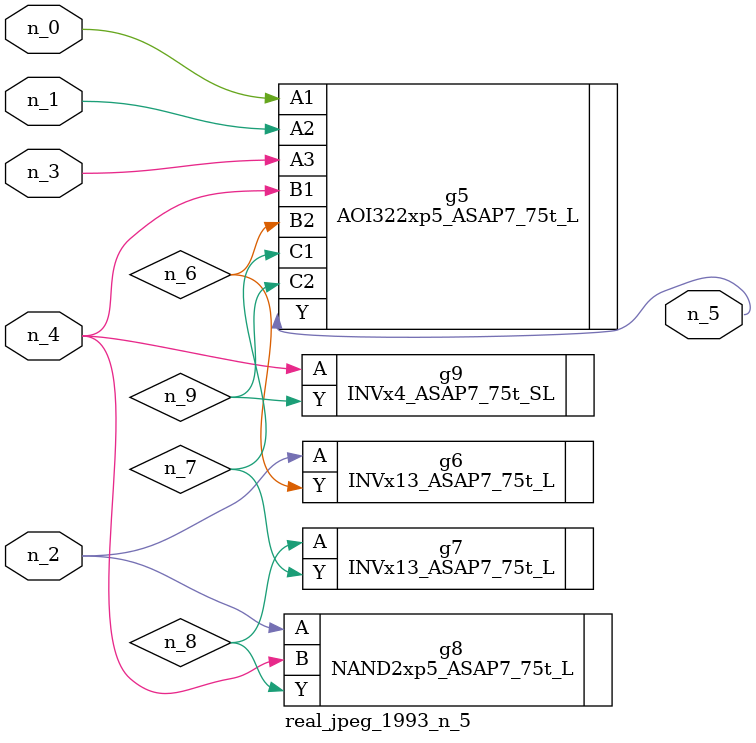
<source format=v>
module real_jpeg_1993_n_5 (n_4, n_0, n_1, n_2, n_3, n_5);

input n_4;
input n_0;
input n_1;
input n_2;
input n_3;

output n_5;

wire n_8;
wire n_6;
wire n_7;
wire n_9;

AOI322xp5_ASAP7_75t_L g5 ( 
.A1(n_0),
.A2(n_1),
.A3(n_3),
.B1(n_4),
.B2(n_6),
.C1(n_7),
.C2(n_9),
.Y(n_5)
);

INVx13_ASAP7_75t_L g6 ( 
.A(n_2),
.Y(n_6)
);

NAND2xp5_ASAP7_75t_L g8 ( 
.A(n_2),
.B(n_4),
.Y(n_8)
);

INVx4_ASAP7_75t_SL g9 ( 
.A(n_4),
.Y(n_9)
);

INVx13_ASAP7_75t_L g7 ( 
.A(n_8),
.Y(n_7)
);


endmodule
</source>
